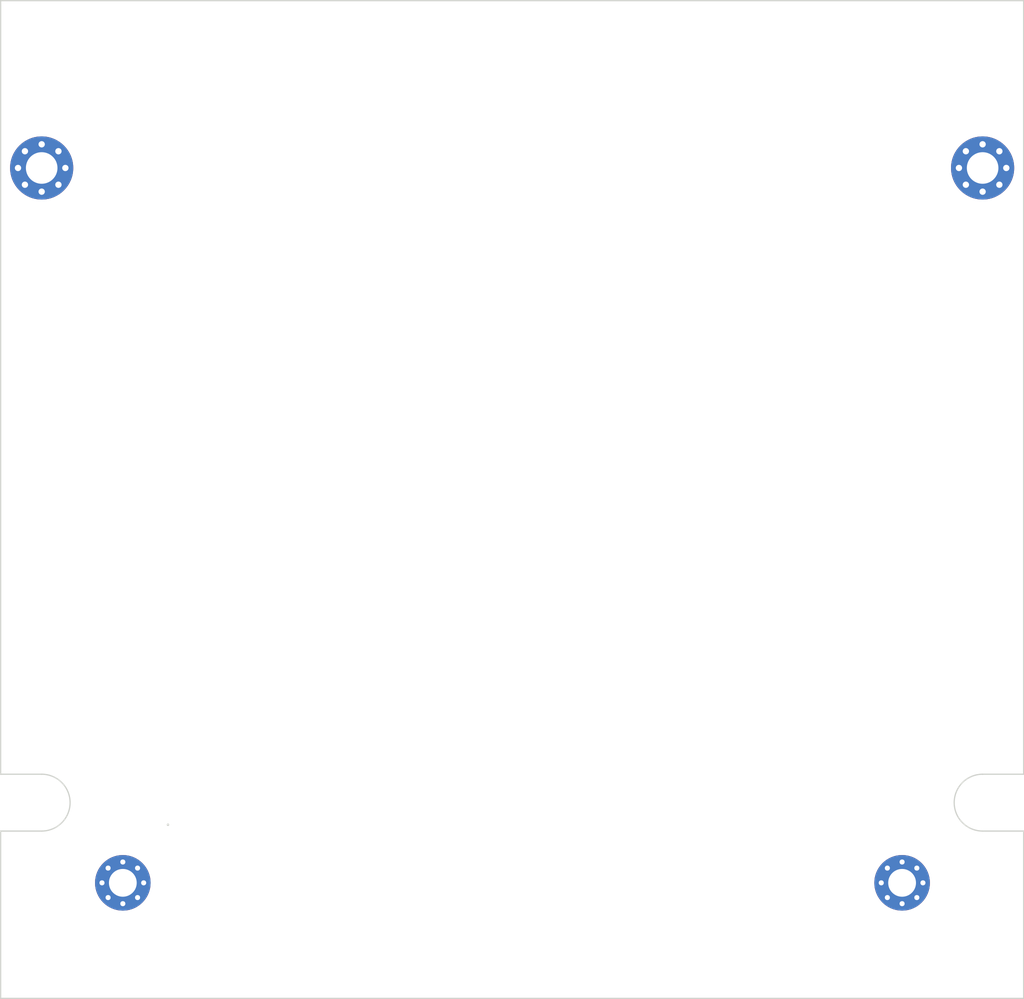
<source format=kicad_pcb>
(kicad_pcb (version 20221018) (generator pcbnew)
  (layers (0 "F.Cu" signal) (31 "B.Cu" signal) (34 "B.Paste" user) (35 "F.Paste" user) (36 "B.SilkS" user "B.Silkscreen") (37 "F.SilkS" user "F.Silkscreen") (38 "B.Mask" user) (39 "F.Mask" user) (44 "Edge.Cuts" user))
  (net 0 "")
  (footprint "MountingHole:MountingHole_2.2mm_M2_Pad_Via" (layer "F.Cu") (at 171.375 119.85)
    (fp_text reference "REF**" hide)
    (fp_text value "MountingHole_2.2mm_M2_Pad_Via" hide)
    (pad "1" thru_hole circle (at -1.65 0) (size 0.7 0.7) (drill 0.4) (layers "*.Cu" "*.Mask"))
    (pad "1" thru_hole circle (at -1.166726 -1.166726) (size 0.7 0.7) (drill 0.4) (layers "*.Cu" "*.Mask"))
    (pad "1" thru_hole circle (at -1.166726 1.166726) (size 0.7 0.7) (drill 0.4) (layers "*.Cu" "*.Mask"))
    (pad "1" thru_hole circle (at 0 -1.65) (size 0.7 0.7) (drill 0.4) (layers "*.Cu" "*.Mask"))
    (pad "1" thru_hole circle (at 0 0) (size 4.4 4.4) (drill 2.2) (layers "*.Cu" "*.Mask"))
    (pad "1" thru_hole circle (at 0 1.65) (size 0.7 0.7) (drill 0.4) (layers "*.Cu" "*.Mask"))
    (pad "1" thru_hole circle (at 1.166726 -1.166726) (size 0.7 0.7) (drill 0.4) (layers "*.Cu" "*.Mask"))
    (pad "1" thru_hole circle (at 1.166726 1.166726) (size 0.7 0.7) (drill 0.4) (layers "*.Cu" "*.Mask"))
    (pad "1" thru_hole circle (at 1.65 0) (size 0.7 0.7) (drill 0.4) (layers "*.Cu" "*.Mask"))
  )
  (footprint "MountingHole:MountingHole_2.2mm_M2_Pad_Via" (layer "F.Cu") (at 109.675 119.85)
    (fp_text reference "REF**" hide)
    (fp_text value "MountingHole_2.2mm_M2_Pad_Via" hide)
    (pad "1" thru_hole circle (at -1.65 0) (size 0.7 0.7) (drill 0.4) (layers "*.Cu" "*.Mask"))
    (pad "1" thru_hole circle (at -1.166726 -1.166726) (size 0.7 0.7) (drill 0.4) (layers "*.Cu" "*.Mask"))
    (pad "1" thru_hole circle (at -1.166726 1.166726) (size 0.7 0.7) (drill 0.4) (layers "*.Cu" "*.Mask"))
    (pad "1" thru_hole circle (at 0 -1.65) (size 0.7 0.7) (drill 0.4) (layers "*.Cu" "*.Mask"))
    (pad "1" thru_hole circle (at 0 0) (size 4.4 4.4) (drill 2.2) (layers "*.Cu" "*.Mask"))
    (pad "1" thru_hole circle (at 0 1.65) (size 0.7 0.7) (drill 0.4) (layers "*.Cu" "*.Mask"))
    (pad "1" thru_hole circle (at 1.166726 -1.166726) (size 0.7 0.7) (drill 0.4) (layers "*.Cu" "*.Mask"))
    (pad "1" thru_hole circle (at 1.166726 1.166726) (size 0.7 0.7) (drill 0.4) (layers "*.Cu" "*.Mask"))
    (pad "1" thru_hole circle (at 1.65 0) (size 0.7 0.7) (drill 0.4) (layers "*.Cu" "*.Mask"))
  )
  (footprint "MountingHole:MountingHole_2.5mm_Pad_Via" (layer "F.Cu") (at 177.75 63.25)
    (fp_text reference "REF**" hide)
    (fp_text value "MountingHole_2.5mm_Pad_Via" hide)
    (pad "1" thru_hole circle (at -1.875 0) (size 0.8 0.8) (drill 0.5) (layers "*.Cu" "*.Mask"))
    (pad "1" thru_hole circle (at -1.325825 -1.325825) (size 0.8 0.8) (drill 0.5) (layers "*.Cu" "*.Mask"))
    (pad "1" thru_hole circle (at -1.325825 1.325825) (size 0.8 0.8) (drill 0.5) (layers "*.Cu" "*.Mask"))
    (pad "1" thru_hole circle (at 0 -1.875) (size 0.8 0.8) (drill 0.5) (layers "*.Cu" "*.Mask"))
    (pad "1" thru_hole circle (at 0 0) (size 5 5) (drill 2.5) (layers "*.Cu" "*.Mask"))
    (pad "1" thru_hole circle (at 0 1.875) (size 0.8 0.8) (drill 0.5) (layers "*.Cu" "*.Mask"))
    (pad "1" thru_hole circle (at 1.325825 -1.325825) (size 0.8 0.8) (drill 0.5) (layers "*.Cu" "*.Mask"))
    (pad "1" thru_hole circle (at 1.325825 1.325825) (size 0.8 0.8) (drill 0.5) (layers "*.Cu" "*.Mask"))
    (pad "1" thru_hole circle (at 1.875 0) (size 0.8 0.8) (drill 0.5) (layers "*.Cu" "*.Mask"))
  )
  (footprint "MountingHole:MountingHole_2.5mm_Pad_Via" (layer "F.Cu") (at 103.25 63.25)
    (fp_text reference "REF**" hide)
    (fp_text value "MountingHole_2.5mm_Pad_Via" hide)
    (pad "1" thru_hole circle (at -1.875 0) (size 0.8 0.8) (drill 0.5) (layers "*.Cu" "*.Mask"))
    (pad "1" thru_hole circle (at -1.325825 -1.325825) (size 0.8 0.8) (drill 0.5) (layers "*.Cu" "*.Mask"))
    (pad "1" thru_hole circle (at -1.325825 1.325825) (size 0.8 0.8) (drill 0.5) (layers "*.Cu" "*.Mask"))
    (pad "1" thru_hole circle (at 0 -1.875) (size 0.8 0.8) (drill 0.5) (layers "*.Cu" "*.Mask"))
    (pad "1" thru_hole circle (at 0 0) (size 5 5) (drill 2.5) (layers "*.Cu" "*.Mask"))
    (pad "1" thru_hole circle (at 0 1.875) (size 0.8 0.8) (drill 0.5) (layers "*.Cu" "*.Mask"))
    (pad "1" thru_hole circle (at 1.325825 -1.325825) (size 0.8 0.8) (drill 0.5) (layers "*.Cu" "*.Mask"))
    (pad "1" thru_hole circle (at 1.325825 1.325825) (size 0.8 0.8) (drill 0.5) (layers "*.Cu" "*.Mask"))
    (pad "1" thru_hole circle (at 1.875 0) (size 0.8 0.8) (drill 0.5) (layers "*.Cu" "*.Mask"))
  )
  (gr_line (start 100 50) (end 181 50) (stroke (width 0.1)) (layer "Edge.Cuts"))
  (gr_line (start 103.25 115.75) (end 100 115.75) (stroke (width 0.1)) (layer "Edge.Cuts"))
  (gr_line (start 100 50) (end 100 111.25) (stroke (width 0.1)) (layer "Edge.Cuts"))
  (gr_line (start 177.75 111.25) (end 181 111.25) (stroke (width 0.1)) (layer "Edge.Cuts"))
  (gr_circle (center 113.25 115.25) (end 113.25 115.25) (stroke (width 0.1)) (fill none) (layer "Edge.Cuts"))
  (gr_line (start 181 129) (end 181 115.75) (stroke (width 0.1)) (layer "Edge.Cuts"))
  (gr_line (start 181 50) (end 181 111.25) (stroke (width 0.1)) (layer "Edge.Cuts"))
  (gr_arc (start 103.25 111.25) (mid 105.5 113.5) (end 103.25 115.75) (stroke (width 0.1)) (layer "Edge.Cuts"))
  (gr_line (start 103.25 111.25) (end 100 111.25) (stroke (width 0.1)) (layer "Edge.Cuts"))
  (gr_line (start 100 115.75) (end 100 129) (stroke (width 0.1)) (layer "Edge.Cuts"))
  (gr_line (start 181 115.75) (end 177.75 115.75) (stroke (width 0.1)) (layer "Edge.Cuts"))
  (gr_arc (start 177.75 115.75) (mid 175.5 113.5) (end 177.75 111.25) (stroke (width 0.1)) (layer "Edge.Cuts"))
  (gr_line (start 181 129) (end 100 129) (stroke (width 0.1)) (layer "Edge.Cuts"))
)
</source>
